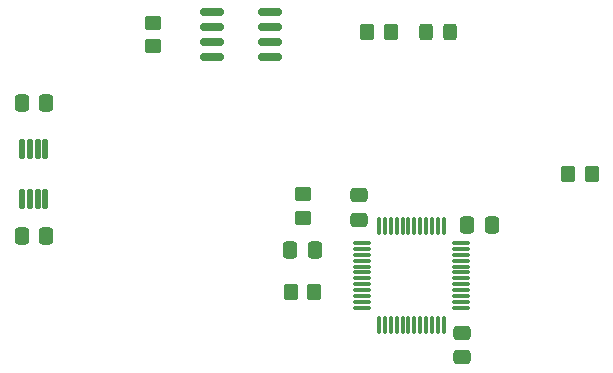
<source format=gbr>
%TF.GenerationSoftware,KiCad,Pcbnew,8.0.5*%
%TF.CreationDate,2024-10-22T17:04:07-05:00*%
%TF.ProjectId,395MainBoard,3339354d-6169-46e4-926f-6172642e6b69,rev?*%
%TF.SameCoordinates,Original*%
%TF.FileFunction,Paste,Top*%
%TF.FilePolarity,Positive*%
%FSLAX46Y46*%
G04 Gerber Fmt 4.6, Leading zero omitted, Abs format (unit mm)*
G04 Created by KiCad (PCBNEW 8.0.5) date 2024-10-22 17:04:07*
%MOMM*%
%LPD*%
G01*
G04 APERTURE LIST*
G04 Aperture macros list*
%AMRoundRect*
0 Rectangle with rounded corners*
0 $1 Rounding radius*
0 $2 $3 $4 $5 $6 $7 $8 $9 X,Y pos of 4 corners*
0 Add a 4 corners polygon primitive as box body*
4,1,4,$2,$3,$4,$5,$6,$7,$8,$9,$2,$3,0*
0 Add four circle primitives for the rounded corners*
1,1,$1+$1,$2,$3*
1,1,$1+$1,$4,$5*
1,1,$1+$1,$6,$7*
1,1,$1+$1,$8,$9*
0 Add four rect primitives between the rounded corners*
20,1,$1+$1,$2,$3,$4,$5,0*
20,1,$1+$1,$4,$5,$6,$7,0*
20,1,$1+$1,$6,$7,$8,$9,0*
20,1,$1+$1,$8,$9,$2,$3,0*%
G04 Aperture macros list end*
%ADD10RoundRect,0.250000X-0.337500X-0.475000X0.337500X-0.475000X0.337500X0.475000X-0.337500X0.475000X0*%
%ADD11RoundRect,0.150000X0.825000X0.150000X-0.825000X0.150000X-0.825000X-0.150000X0.825000X-0.150000X0*%
%ADD12RoundRect,0.075000X-0.662500X-0.075000X0.662500X-0.075000X0.662500X0.075000X-0.662500X0.075000X0*%
%ADD13RoundRect,0.075000X-0.075000X-0.662500X0.075000X-0.662500X0.075000X0.662500X-0.075000X0.662500X0*%
%ADD14RoundRect,0.125000X0.125000X-0.687500X0.125000X0.687500X-0.125000X0.687500X-0.125000X-0.687500X0*%
%ADD15RoundRect,0.250000X0.450000X-0.350000X0.450000X0.350000X-0.450000X0.350000X-0.450000X-0.350000X0*%
%ADD16RoundRect,0.250000X0.350000X0.450000X-0.350000X0.450000X-0.350000X-0.450000X0.350000X-0.450000X0*%
%ADD17RoundRect,0.250000X0.337500X0.475000X-0.337500X0.475000X-0.337500X-0.475000X0.337500X-0.475000X0*%
%ADD18RoundRect,0.250000X0.325000X0.450000X-0.325000X0.450000X-0.325000X-0.450000X0.325000X-0.450000X0*%
%ADD19RoundRect,0.250000X-0.475000X0.337500X-0.475000X-0.337500X0.475000X-0.337500X0.475000X0.337500X0*%
%ADD20RoundRect,0.250000X0.475000X-0.337500X0.475000X0.337500X-0.475000X0.337500X-0.475000X-0.337500X0*%
G04 APERTURE END LIST*
D10*
%TO.C,C9*%
X144462500Y-88250000D03*
X146537500Y-88250000D03*
%TD*%
D11*
%TO.C,U2*%
X165500000Y-73155000D03*
X165500000Y-71885000D03*
X165500000Y-70615000D03*
X165500000Y-69345000D03*
X160550000Y-69345000D03*
X160550000Y-70615000D03*
X160550000Y-71885000D03*
X160550000Y-73155000D03*
%TD*%
D12*
%TO.C,U1*%
X173307500Y-88865000D03*
X173307500Y-89365000D03*
X173307500Y-89865000D03*
X173307500Y-90365000D03*
X173307500Y-90865000D03*
X173307500Y-91365000D03*
X173307500Y-91865000D03*
X173307500Y-92365000D03*
X173307500Y-92865000D03*
X173307500Y-93365000D03*
X173307500Y-93865000D03*
X173307500Y-94365000D03*
D13*
X174720000Y-95777500D03*
X175220000Y-95777500D03*
X175720000Y-95777500D03*
X176220000Y-95777500D03*
X176720000Y-95777500D03*
X177220000Y-95777500D03*
X177720000Y-95777500D03*
X178220000Y-95777500D03*
X178720000Y-95777500D03*
X179220000Y-95777500D03*
X179720000Y-95777500D03*
X180220000Y-95777500D03*
D12*
X181632500Y-94365000D03*
X181632500Y-93865000D03*
X181632500Y-93365000D03*
X181632500Y-92865000D03*
X181632500Y-92365000D03*
X181632500Y-91865000D03*
X181632500Y-91365000D03*
X181632500Y-90865000D03*
X181632500Y-90365000D03*
X181632500Y-89865000D03*
X181632500Y-89365000D03*
X181632500Y-88865000D03*
D13*
X180220000Y-87452500D03*
X179720000Y-87452500D03*
X179220000Y-87452500D03*
X178720000Y-87452500D03*
X178220000Y-87452500D03*
X177720000Y-87452500D03*
X177220000Y-87452500D03*
X176720000Y-87452500D03*
X176220000Y-87452500D03*
X175720000Y-87452500D03*
X175220000Y-87452500D03*
X174720000Y-87452500D03*
%TD*%
D14*
%TO.C,U3*%
X144525000Y-85112500D03*
X145175000Y-85112500D03*
X145825000Y-85112500D03*
X146475000Y-85112500D03*
X146475000Y-80887500D03*
X145825000Y-80887500D03*
X145175000Y-80887500D03*
X144525000Y-80887500D03*
%TD*%
D15*
%TO.C,R1*%
X168250000Y-86750000D03*
X168250000Y-84750000D03*
%TD*%
D16*
%TO.C,R2*%
X169250000Y-93000000D03*
X167250000Y-93000000D03*
%TD*%
D17*
%TO.C,C8*%
X146537500Y-77000000D03*
X144462500Y-77000000D03*
%TD*%
D16*
%TO.C,R5*%
X192750000Y-83000000D03*
X190750000Y-83000000D03*
%TD*%
D18*
%TO.C,D1*%
X180750000Y-71000000D03*
X178700000Y-71000000D03*
%TD*%
D10*
%TO.C,C4*%
X182212500Y-87365000D03*
X184287500Y-87365000D03*
%TD*%
D19*
%TO.C,C7*%
X181750000Y-96462500D03*
X181750000Y-98537500D03*
%TD*%
D20*
%TO.C,C1*%
X173000000Y-86902500D03*
X173000000Y-84827500D03*
%TD*%
D15*
%TO.C,R4*%
X155600000Y-72225000D03*
X155600000Y-70225000D03*
%TD*%
D17*
%TO.C,C3*%
X169287500Y-89500000D03*
X167212500Y-89500000D03*
%TD*%
D16*
%TO.C,R3*%
X175725000Y-71000000D03*
X173725000Y-71000000D03*
%TD*%
M02*

</source>
